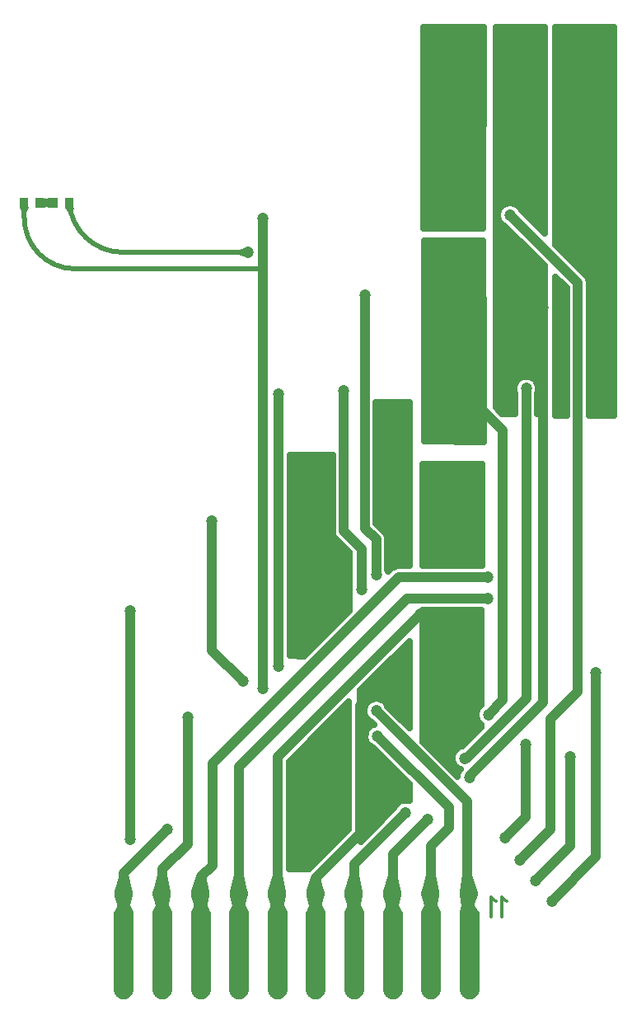
<source format=gbr>
G04 DipTrace 4.3.0.5*
G04 2-Bottom.gbr*
%MOMM*%
G04 #@! TF.FileFunction,Copper,L2,Bot*
G04 #@! TF.Part,Single*
%AMOUTLINE15*
4,1,15,
-1.0,4.5,
1.0,4.5,
1.0,-3.5,
0.96593,-3.75882,
0.86603,-4.0,
0.70711,-4.20711,
0.5,-4.36603,
0.25882,-4.46593,
0.0,-4.5,
-0.25882,-4.46593,
-0.5,-4.36603,
-0.70711,-4.20711,
-0.86603,-4.0,
-0.96593,-3.75882,
-1.0,-3.5,
-1.0,4.5,
0*%
G04 #@! TA.AperFunction,Conductor*
%ADD17C,1.0*%
%ADD18C,0.4*%
%ADD20C,0.5*%
G04 #@! TA.AperFunction,CopperBalancing*
%ADD21C,0.635*%
%ADD31R,0.9X1.0*%
%ADD32C,1.8796*%
%ADD33R,0.95X1.0*%
G04 #@! TA.AperFunction,ViaPad*
%ADD34C,1.2*%
%ADD52C,0.31373*%
%ADD69OUTLINE15*%
%FSLAX35Y35*%
G04*
G71*
G90*
G75*
G01*
G04 Bottom*
%LPD*%
G36*
X-2054400Y-9122000D2*
X-2004397Y-9222000D1*
X-2104400Y-9322000D1*
X-2204403Y-9222000D1*
X-2154400Y-9122000D1*
X-2054400D1*
G37*
G36*
X-2154400Y-9227116D2*
X-2202696Y-9059497D1*
X-2203109Y-9050108D1*
X-2020660Y-9042579D1*
X-2020247Y-9051968D1*
X-2054400Y-9227116D1*
X-2154400D1*
G37*
G36*
X-2054400Y-8839837D2*
X-2020147Y-9015489D1*
X-2020561Y-9024878D1*
X-2203250Y-9017340D1*
X-2202837Y-9007951D1*
X-2154400Y-8839837D1*
X-2054400D1*
G37*
X-2104400Y-9672000D2*
D17*
Y-9454173D1*
Y-8541800D1*
X-1922900Y-8360300D1*
Y-8147700D1*
X-2655200Y-7415400D1*
X-2820900Y-5908400D2*
Y-5492800D1*
X-3000500Y-5313200D1*
Y-3869000D1*
G36*
X-2132390Y-9167457D2*
X-2152390Y-9118519D1*
Y-9109121D1*
X-2072390D1*
Y-9118519D1*
X-2092390Y-9167457D1*
X-2132390D1*
G37*
G36*
X-2092390Y-9182000D2*
X-2071759Y-9222000D1*
X-2070900Y-9266992D1*
X-2150267D1*
X-2151125Y-9222000D1*
X-2132390Y-9182000D1*
X-2092390D1*
G37*
X-2112390Y-9033477D2*
D18*
Y-9446183D1*
X-2104400Y-9454173D1*
G36*
X-1684800Y-9122000D2*
X-1612456Y-9222000D1*
X-1725766Y-9322355D1*
X-1801518Y-9266193D1*
X-1810003Y-9222000D1*
X-1784800Y-9122000D1*
X-1684800D1*
G37*
X-1710000Y-9672000D2*
D17*
X-1734800D1*
Y-9033450D1*
Y-8090200D1*
X-2668000Y-7157000D1*
Y-5754713D2*
Y-5398300D1*
X-2784700Y-5281600D1*
Y-2884300D1*
G36*
X-1784800Y-9226015D2*
X-1811359Y-9047291D1*
X-1810508Y-9037931D1*
X-1628266Y-9053454D1*
X-1629116Y-9062814D1*
X-1684800Y-9226015D1*
X-1784800D1*
G37*
G36*
X-1684800Y-8840939D2*
X-1629456Y-9003126D1*
X-1628605Y-9012485D1*
X-1810345Y-9027965D1*
X-1811196Y-9018606D1*
X-1784800Y-8840939D1*
X-1684800D1*
G37*
X-1718400Y-9033477D2*
D18*
X-1734800Y-9033450D1*
X-3668300Y-6695900D2*
D17*
Y-3902400D1*
G36*
X-5830684Y-2042020D2*
X-5866978Y-1986799D1*
X-5868031Y-1981911D1*
X-5776648Y-1981908D1*
X-5775595Y-1986795D1*
X-5782327Y-2029304D1*
X-5830684Y-2042020D1*
G37*
G36*
X-4080189Y-2423257D2*
X-4027030Y-2406281D1*
X-4017632Y-2406285D1*
X-4017669Y-2490285D1*
X-4027067Y-2490281D1*
X-4080211Y-2473257D1*
X-4080189Y-2423257D1*
G37*
X-5823100Y-1936797D2*
D20*
Y-1936796D1*
G03X-5270520Y-2447725I551021J41663D01*
G01*
X-3984200Y-2448300D1*
X-3835100Y-6928500D2*
D17*
Y-2613279D1*
Y-2098300D1*
G36*
X-6309100Y-2040200D2*
X-6329100Y-1990200D1*
X-6284100Y-1940200D1*
X-6239100Y-1985200D1*
Y-1990200D1*
X-6259100Y-2040200D1*
X-6309100D1*
G37*
X-6284100Y-1940200D2*
D20*
Y-2088984D1*
G03X-5760795Y-2617368I521219J-7121D01*
G01*
X-3835100Y-2613279D1*
X-4360100Y-5211600D2*
D17*
Y-6533000D1*
X-4040000Y-6853100D1*
G36*
X-5210000Y-9122000D2*
X-5159997Y-9222000D1*
X-5260000Y-9322000D1*
X-5360003Y-9222000D1*
X-5310000Y-9122000D1*
X-5210000D1*
G37*
G36*
Y-8839595D2*
X-5172435Y-9013650D1*
X-5172657Y-9023046D1*
X-5355418Y-9018992D1*
X-5355196Y-9009597D1*
X-5310000Y-8839595D1*
X-5210000D1*
G37*
G36*
X-5310000Y-9227358D2*
X-5355125Y-9057623D1*
X-5355347Y-9048228D1*
X-5172716Y-9044177D1*
X-5172494Y-9053573D1*
X-5210000Y-9227358D1*
X-5310000D1*
G37*
X-4814600Y-8378300D2*
D17*
X-5260000Y-8823700D1*
Y-9378953D1*
Y-9672000D1*
G36*
X-5284300Y-9167457D2*
X-5304300Y-9118519D1*
Y-9109121D1*
X-5224300D1*
Y-9118519D1*
X-5244300Y-9167457D1*
X-5284300D1*
G37*
G36*
X-5244300Y-9182000D2*
X-5224095Y-9222000D1*
X-5223633Y-9266998D1*
X-5303022D1*
X-5303484Y-9222000D1*
X-5284300Y-9182000D1*
X-5244300D1*
G37*
X-5264300Y-9033477D2*
D18*
Y-9378953D1*
X-5260000D1*
G36*
X-4815600Y-9122000D2*
X-4765600Y-9222000D1*
Y-9267000D1*
X-4865600Y-9672000D1*
X-4965600Y-9222000D1*
X-4915600Y-9122000D1*
X-4815600D1*
G37*
X-4865600Y-9672000D2*
D17*
Y-9033450D1*
Y-8781300D1*
X-4607500Y-8523200D1*
Y-7221500D1*
G36*
X-4915600Y-9227339D2*
X-4961080Y-9057831D1*
X-4961323Y-9048436D1*
X-4778708Y-9043999D1*
X-4778465Y-9053394D1*
X-4815600Y-9227339D1*
X-4915600D1*
G37*
G36*
X-4815600Y-8839615D2*
X-4778401Y-9013855D1*
X-4778645Y-9023250D1*
X-4961401Y-9018810D1*
X-4961157Y-9009415D1*
X-4915600Y-8839615D1*
X-4815600D1*
G37*
X-4870310Y-9033477D2*
D18*
X-4865600Y-9033450D1*
G36*
X-3632200Y-9122000D2*
X-3582200Y-9222000D1*
X-3682200Y-9672000D1*
X-3782200Y-9267000D1*
Y-9222000D1*
X-3732200Y-9122000D1*
X-3632200D1*
G37*
X-3682200Y-9672000D2*
D17*
Y-9033477D1*
Y-7632500D1*
X-2214200Y-6164500D1*
G36*
X-3732200Y-9227256D2*
X-3778915Y-9058557D1*
X-3779232Y-9049165D1*
X-3596683Y-9043377D1*
X-3596365Y-9052770D1*
X-3632200Y-9227256D1*
X-3732200D1*
G37*
G36*
X-3632200Y-8839698D2*
X-3596285Y-9014570D1*
X-3596602Y-9023962D1*
X-3779337Y-9018169D1*
X-3779019Y-9008777D1*
X-3732200Y-8839698D1*
X-3632200D1*
G37*
X-3688343Y-9033477D2*
D17*
X-3682200D1*
G36*
X-3237800Y-9122000D2*
X-3187800Y-9222000D1*
Y-9267000D1*
X-3287800Y-9672000D1*
X-3387800Y-9222000D1*
X-3337800Y-9122000D1*
X-3237800D1*
G37*
G36*
X-3337800Y-9227228D2*
X-3384870Y-9058767D1*
X-3385209Y-9049375D1*
X-3202680Y-9043198D1*
X-3202341Y-9052590D1*
X-3237800Y-9227228D1*
X-3337800D1*
G37*
G36*
X-3237800Y-8869800D2*
X-3203092Y-9011051D1*
X-3203505Y-9020440D1*
X-3383948Y-9013211D1*
X-3383536Y-9003822D1*
X-3337800Y-8869800D1*
X-3237800D1*
G37*
X-3287800Y-9672000D2*
D17*
Y-8869800D1*
X-2836500Y-8418500D1*
Y-7101100D1*
X-2394700Y-6659300D1*
G36*
X-3314357Y-9167457D2*
X-3334357Y-9118519D1*
Y-9109121D1*
X-3254357D1*
Y-9118519D1*
X-3274357Y-9167457D1*
X-3314357D1*
G37*
G36*
X-3274357Y-9182000D2*
X-3253890Y-9222000D1*
X-3253186Y-9266994D1*
X-3332562D1*
X-3333267Y-9222000D1*
X-3314357Y-9182000D1*
X-3274357D1*
G37*
X-3294357Y-9033477D2*
D18*
Y-9665443D1*
X-3287800Y-9672000D1*
G36*
X-4421100Y-9122000D2*
X-4371097Y-9222000D1*
X-4471100Y-9322000D1*
X-4571103Y-9222000D1*
X-4521100Y-9122000D1*
X-4421100D1*
G37*
G36*
X-4521100Y-9227311D2*
X-4567023Y-9058091D1*
X-4567293Y-9048696D1*
X-4384700Y-9043776D1*
X-4384430Y-9053170D1*
X-4421100Y-9227311D1*
X-4521100D1*
G37*
G36*
X-4421100Y-8860700D2*
X-4384933Y-9011568D1*
X-4385241Y-9020961D1*
X-4566532Y-9015480D1*
X-4566224Y-9006087D1*
X-4521100Y-8860700D1*
X-4421100D1*
G37*
X-4471100Y-9672000D2*
D17*
Y-9269343D1*
Y-8860700D1*
X-4353100Y-8742700D1*
Y-7698900D1*
X-2438700Y-5784500D1*
X-1522900D1*
G36*
X-4496323Y-9167457D2*
X-4516323Y-9118519D1*
Y-9109121D1*
X-4436323D1*
Y-9118519D1*
X-4456323Y-9167457D1*
X-4496323D1*
G37*
G36*
X-4456323Y-9182000D2*
X-4436011Y-9222000D1*
X-4435450Y-9266996D1*
X-4514834D1*
X-4515395Y-9222000D1*
X-4496323Y-9182000D1*
X-4456323D1*
G37*
X-4476323Y-9033477D2*
D18*
Y-9269343D1*
X-4471100D1*
G36*
X-4026700Y-9122000D2*
X-3976700Y-9222000D1*
Y-9267000D1*
X-4076700Y-9672000D1*
X-4176700Y-9222000D1*
X-4126700Y-9122000D1*
X-4026700D1*
G37*
X-4076700Y-9672000D2*
D17*
Y-9033477D1*
Y-7732200D1*
X-2349800Y-6005300D1*
X-1523100D1*
G36*
X-4126700Y-9227288D2*
X-4172976Y-9058298D1*
X-4173267Y-9048905D1*
X-3990693Y-9043598D1*
X-3990402Y-9052992D1*
X-4026700Y-9227288D1*
X-4126700D1*
G37*
G36*
X-4026700Y-8839666D2*
X-3990327Y-9014316D1*
X-3990619Y-9023709D1*
X-4173362Y-9018397D1*
X-4173071Y-9009004D1*
X-4126700Y-8839666D1*
X-4026700D1*
G37*
X-4082333Y-9033477D2*
D17*
X-4076700D1*
X-409500Y-6765400D2*
Y-8653700D1*
X-864800Y-9109000D1*
X-675300Y-7631400D2*
Y-8543600D1*
X-1029600Y-8897900D1*
G36*
X-2843300Y-9122000D2*
X-2793297Y-9222000D1*
X-2893300Y-9322000D1*
X-2993303Y-9222000D1*
X-2943300Y-9122000D1*
X-2843300D1*
G37*
G36*
X-2943300Y-9227191D2*
X-2990807Y-9059026D1*
X-2991172Y-9049635D1*
X-2808670Y-9042978D1*
X-2808305Y-9052369D1*
X-2843300Y-9227191D1*
X-2943300D1*
G37*
G36*
X-2843300Y-8839763D2*
X-2808215Y-9015030D1*
X-2808580Y-9024421D1*
X-2991295Y-9017755D1*
X-2990929Y-9008364D1*
X-2943300Y-8839763D1*
X-2843300D1*
G37*
X-2893300Y-9672000D2*
D17*
Y-9346000D1*
Y-8726400D1*
X-2368000Y-8201100D1*
X-1761100Y-7642500D2*
X-1742300D1*
X-1127400Y-7027600D1*
Y-3847500D1*
G36*
X-2920367Y-9167457D2*
X-2940367Y-9118519D1*
Y-9109121D1*
X-2860367D1*
Y-9118519D1*
X-2880367Y-9167457D1*
X-2920367D1*
G37*
G36*
X-2880367Y-9182000D2*
X-2859841Y-9222000D1*
X-2859082Y-9266994D1*
X-2938456D1*
X-2939215Y-9222000D1*
X-2920367Y-9182000D1*
X-2880367D1*
G37*
X-2900367Y-9033477D2*
D18*
Y-9338933D1*
X-2893300Y-9346000D1*
G36*
X-2448900Y-9122000D2*
X-2398897Y-9222000D1*
X-2498900Y-9322000D1*
X-2598903Y-9222000D1*
X-2548900Y-9122000D1*
X-2448900D1*
G37*
G36*
X-2548900Y-9227159D2*
X-2596758Y-9059235D1*
X-2597144Y-9049845D1*
X-2414665Y-9042801D1*
X-2414279Y-9052191D1*
X-2448900Y-9227159D1*
X-2548900D1*
G37*
G36*
X-2448900Y-8839795D2*
X-2414184Y-9015234D1*
X-2414571Y-9024624D1*
X-2597275Y-9017571D1*
X-2596888Y-9008181D1*
X-2548900Y-8839795D1*
X-2448900D1*
G37*
X-2498900Y-9672000D2*
D17*
Y-9421317D1*
Y-8630700D1*
X-2139500Y-8271300D1*
X-1707200Y-7839000D2*
Y-7827000D1*
X-950300Y-7070100D1*
Y-3013600D1*
G36*
X-2526377Y-9167457D2*
X-2546377Y-9118519D1*
Y-9109121D1*
X-2466377D1*
Y-9118519D1*
X-2486377Y-9167457D1*
X-2526377D1*
G37*
G36*
X-2486377Y-9182000D2*
X-2465804Y-9222000D1*
X-2465001Y-9266993D1*
X-2544372D1*
X-2545175Y-9222000D1*
X-2526377Y-9182000D1*
X-2486377D1*
G37*
X-2506377Y-9033477D2*
D18*
Y-9413840D1*
X-2498900Y-9421317D1*
X-1292600Y-2065700D2*
D17*
X-595300Y-2763000D1*
Y-6963500D1*
X-875200Y-7243400D1*
Y-8370900D1*
X-1187900Y-8683600D1*
X-1339600Y-8459400D2*
X-1131300Y-8251100D1*
Y-7500800D1*
X-1517050Y-7196850D2*
X-1366700Y-7046500D1*
Y-4278000D1*
X-1680800Y-3963900D1*
Y-3863100D1*
X-5200187Y-6128387D2*
Y-8476713D1*
G36*
X-6029100Y-1965200D2*
X-6079100Y-1990200D1*
X-6083600D1*
X-6124100Y-1940200D1*
X-6079100Y-1890200D1*
X-6029100Y-1915200D1*
Y-1965200D1*
G37*
G36*
X-6080600Y-1915200D2*
X-6030602Y-1888120D1*
X-6025856Y-1887910D1*
X-6025853Y-1986598D1*
X-6030598Y-1986808D1*
X-6080600Y-1965200D1*
Y-1915200D1*
G37*
X-6124100Y-1940200D2*
D20*
X-5986497D1*
X-5983100Y-1936803D1*
D34*
X-2655200Y-7415400D3*
X-2820900Y-5908400D3*
X-3000500Y-3869000D3*
X-2668000Y-7157000D3*
Y-5754713D3*
X-2784700Y-2884300D3*
X-3668300Y-6695900D3*
Y-3902400D3*
X-3984200Y-2448300D3*
X-3835100Y-6928500D3*
Y-2098300D3*
X-4360100Y-5211600D3*
X-4040000Y-6853100D3*
X-4814600Y-8378300D3*
X-4607500Y-7221500D3*
X-2214200Y-6164500D3*
X-2394700Y-6659300D3*
X-1522900Y-5784500D3*
X-1523100Y-6005300D3*
X-409500Y-6765400D3*
X-864800Y-9109000D3*
X-675300Y-7631400D3*
X-1029600Y-8897900D3*
X-2368000Y-8201100D3*
X-1761100Y-7642500D3*
X-1127400Y-3847500D3*
X-2139500Y-8271300D3*
X-1707200Y-7839000D3*
X-950300Y-3013600D3*
X-1292600Y-2065700D3*
X-1187900Y-8683600D3*
X-1339600Y-8459400D3*
X-1131300Y-7500800D3*
X-1517050Y-7196850D3*
X-1680800Y-3863100D3*
X-5200187Y-6128387D3*
Y-8476713D3*
X-421100Y-705827D3*
Y-1454200D3*
Y-2202577D3*
Y-3699323D3*
Y-2950950D3*
X-1911200Y-2574100D3*
Y-3813000D3*
X-1252200Y-3604800D3*
Y-2876900D3*
X-1248600Y-2334000D3*
X-1252200Y-1421100D3*
Y-693200D3*
X-1923350Y-611300D3*
Y-1314000D3*
Y-2016700D3*
X-1911200Y-3193550D3*
X-3354200Y-5026300D3*
X-3331300Y-5650800D3*
X-3325500Y-6137800D3*
X-3431600Y-8653600D3*
X-3291200Y-7906500D3*
X-2661000Y-7885200D3*
X-2620800Y-8183100D3*
X-2523500Y-5530500D3*
X-2540600Y-4917500D3*
X-1996400Y-4940400D3*
X-2002100Y-5352900D3*
X-1916200Y-6183600D3*
X-1933300Y-7444000D3*
X-1944800Y-6825200D3*
X-3141300Y-8436000D3*
X-758500Y-3952700D3*
X-764400Y-3088900D3*
X-3258100Y-7462200D3*
X-817402Y-200917D2*
D21*
X-229178D1*
X-817448Y-264083D2*
X-229269D1*
X-817448Y-327250D2*
X-229315D1*
X-817448Y-390417D2*
X-229360D1*
X-817448Y-453583D2*
X-229406D1*
X-817494Y-516750D2*
X-229497D1*
X-817494Y-579917D2*
X-229543D1*
X-817494Y-643083D2*
X-229588D1*
X-817539Y-706250D2*
X-229679D1*
X-817539Y-769417D2*
X-229725D1*
X-817539Y-832583D2*
X-229770D1*
X-817539Y-895750D2*
X-229862D1*
X-817585Y-958917D2*
X-229907D1*
X-817585Y-1022083D2*
X-229953D1*
X-817585Y-1085250D2*
X-229998D1*
X-817585Y-1148417D2*
X-230089D1*
X-817630Y-1211583D2*
X-230135D1*
X-817630Y-1274750D2*
X-230181D1*
X-817630Y-1337917D2*
X-230272D1*
X-817676Y-1401083D2*
X-230317D1*
X-817676Y-1464250D2*
X-230363D1*
X-817676Y-1527417D2*
X-230454D1*
X-817676Y-1590583D2*
X-230500D1*
X-817721Y-1653750D2*
X-230545D1*
X-817721Y-1716917D2*
X-230591D1*
X-817721Y-1780083D2*
X-230682D1*
X-817721Y-1843250D2*
X-230727D1*
X-817767Y-1906417D2*
X-230773D1*
X-817767Y-1969583D2*
X-230864D1*
X-817767Y-2032750D2*
X-230910D1*
X-817813Y-2095917D2*
X-230955D1*
X-817813Y-2159083D2*
X-231046D1*
X-817813Y-2222250D2*
X-231092D1*
X-817813Y-2285417D2*
X-231138D1*
X-817858Y-2348583D2*
X-231229D1*
X-776341Y-2411750D2*
X-231274D1*
X-713177Y-2474917D2*
X-231320D1*
X-650013Y-2538083D2*
X-231365D1*
X-586849Y-2601250D2*
X-231457D1*
X-523685Y-2664417D2*
X-231502D1*
X-478659Y-2727583D2*
X-231548D1*
X-817949Y-2790750D2*
X-737726D1*
X-473099D2*
X-231639D1*
X-817949Y-2853917D2*
X-717492D1*
X-473099D2*
X-231685D1*
X-817949Y-2917083D2*
X-717492D1*
X-473099D2*
X-231730D1*
X-817949Y-2980250D2*
X-717492D1*
X-473099D2*
X-231821D1*
X-817995Y-3043417D2*
X-717492D1*
X-473099D2*
X-231867D1*
X-817995Y-3106583D2*
X-717492D1*
X-473099D2*
X-231912D1*
X-817995Y-3169750D2*
X-717492D1*
X-473099D2*
X-231958D1*
X-818040Y-3232917D2*
X-717492D1*
X-473099D2*
X-232049D1*
X-818040Y-3296083D2*
X-717492D1*
X-473099D2*
X-232095D1*
X-818040Y-3359250D2*
X-717492D1*
X-473099D2*
X-232140D1*
X-818040Y-3422417D2*
X-717492D1*
X-473099D2*
X-232231D1*
X-818086Y-3485583D2*
X-717492D1*
X-473099D2*
X-232277D1*
X-818086Y-3548750D2*
X-717492D1*
X-473099D2*
X-232323D1*
X-818086Y-3611917D2*
X-717492D1*
X-473099D2*
X-232414D1*
X-818086Y-3675083D2*
X-717492D1*
X-473099D2*
X-232459D1*
X-818132Y-3738250D2*
X-717492D1*
X-473099D2*
X-232505D1*
X-818132Y-3801417D2*
X-717492D1*
X-473099D2*
X-232550D1*
X-818132Y-3864583D2*
X-717492D1*
X-473099D2*
X-232642D1*
X-818177Y-3927750D2*
X-717492D1*
X-473099D2*
X-232687D1*
X-818177Y-3990917D2*
X-717492D1*
X-473099D2*
X-232733D1*
X-818177Y-4054083D2*
X-717492D1*
X-473099D2*
X-232824D1*
X-818177Y-4117250D2*
X-717492D1*
X-473099D2*
X-232869D1*
X-711142Y-2810995D2*
X-824251Y-2697886D1*
X-824544Y-4120743D1*
X-711155Y-4120750D1*
X-711150Y-2811007D1*
X-508578Y-2686188D2*
X-494952Y-2705108D1*
X-485399Y-2726353D1*
X-480289Y-2749080D1*
X-479450Y-2763000D1*
Y-4120734D1*
X-226532Y-4120750D1*
X-225345Y-2869215D1*
X-222780Y-137735D1*
X-823746Y-137750D1*
X-824198Y-2370287D1*
X-699105Y-2495359D1*
X-513427Y-2681036D1*
X-508578Y-2686188D1*
X-2177577Y-200517D2*
X-1574314D1*
X-2177577Y-263683D2*
X-1574405D1*
X-2177577Y-326850D2*
X-1574450D1*
X-2177577Y-390017D2*
X-1574542D1*
X-2177577Y-453183D2*
X-1574587D1*
X-2177577Y-516350D2*
X-1574678D1*
X-2177577Y-579517D2*
X-1574769D1*
X-2177577Y-642683D2*
X-1574815D1*
X-2177577Y-705850D2*
X-1574906D1*
X-2177577Y-769017D2*
X-1574997D1*
X-2177577Y-832183D2*
X-1575043D1*
X-2177577Y-895350D2*
X-1575134D1*
X-2177577Y-958517D2*
X-1575180D1*
X-2177577Y-1021683D2*
X-1575271D1*
X-2177532Y-1084850D2*
X-1575362D1*
X-2177532Y-1148017D2*
X-1575407D1*
X-2177532Y-1211183D2*
X-1575499D1*
X-2177532Y-1274350D2*
X-1575590D1*
X-2177532Y-1337517D2*
X-1575635D1*
X-2177532Y-1400683D2*
X-1575726D1*
X-2177532Y-1463850D2*
X-1575772D1*
X-2177532Y-1527017D2*
X-1575863D1*
X-2177532Y-1590183D2*
X-1575954D1*
X-2177532Y-1653350D2*
X-1576000D1*
X-2177532Y-1716517D2*
X-1576091D1*
X-2177532Y-1779683D2*
X-1576182D1*
X-2177532Y-1842850D2*
X-1576228D1*
X-2177532Y-1906017D2*
X-1576319D1*
X-2177532Y-1969183D2*
X-1576364D1*
X-2177532Y-2032350D2*
X-1576456D1*
X-2177486Y-2095517D2*
X-1576547D1*
X-2177486Y-2158683D2*
X-1576592D1*
X-1567898Y-139352D2*
X-2183949Y-137448D1*
X-2183851Y-2199097D1*
X-1570305Y-2203805D1*
X-1567887Y-139361D1*
X-1428986Y-202817D2*
X-942981D1*
X-1429031Y-265983D2*
X-942981D1*
X-1429123Y-329150D2*
X-943027D1*
X-1429168Y-392317D2*
X-943073D1*
X-1429214Y-455483D2*
X-943118D1*
X-1429305Y-518650D2*
X-943164D1*
X-1429350Y-581817D2*
X-943209D1*
X-1429396Y-644983D2*
X-943255D1*
X-1429487Y-708150D2*
X-943255D1*
X-1429533Y-771317D2*
X-943300D1*
X-1429578Y-834483D2*
X-943346D1*
X-1429624Y-897650D2*
X-943392D1*
X-1429715Y-960817D2*
X-943437D1*
X-1429761Y-1023983D2*
X-943483D1*
X-1429806Y-1087150D2*
X-943528D1*
X-1429897Y-1150317D2*
X-943528D1*
X-1429943Y-1213483D2*
X-943574D1*
X-1429988Y-1276650D2*
X-943619D1*
X-1430080Y-1339817D2*
X-943665D1*
X-1430125Y-1402983D2*
X-943711D1*
X-1430171Y-1466150D2*
X-943756D1*
X-1430262Y-1529317D2*
X-943802D1*
X-1430307Y-1592483D2*
X-943802D1*
X-1430353Y-1655650D2*
X-943847D1*
X-1430399Y-1718817D2*
X-943893D1*
X-1430490Y-1781983D2*
X-943938D1*
X-1430535Y-1845150D2*
X-943984D1*
X-1430581Y-1908317D2*
X-944030D1*
X-1430672Y-1971483D2*
X-1382395D1*
X-1202807D2*
X-944075D1*
X-1153452Y-2034650D2*
X-944075D1*
X-1090288Y-2097817D2*
X-944121D1*
X-1430854Y-2160983D2*
X-1381165D1*
X-1027124D2*
X-944166D1*
X-1430900Y-2224150D2*
X-1304329D1*
X-963960D2*
X-944212D1*
X-1430945Y-2287317D2*
X-1241165D1*
X-1431037Y-2350483D2*
X-1178001D1*
X-1431082Y-2413650D2*
X-1114837D1*
X-1431128Y-2476817D2*
X-1051673D1*
X-1431173Y-2539983D2*
X-988509D1*
X-1431264Y-2603150D2*
X-944440D1*
X-1431310Y-2666317D2*
X-944485D1*
X-1431356Y-2729483D2*
X-944531D1*
X-1431447Y-2792650D2*
X-944576D1*
X-1431492Y-2855817D2*
X-944622D1*
X-1431538Y-2918983D2*
X-944622D1*
X-1431629Y-2982150D2*
X-944668D1*
X-1431675Y-3045317D2*
X-944713D1*
X-1431720Y-3108483D2*
X-944759D1*
X-1431811Y-3171650D2*
X-944804D1*
X-1431857Y-3234817D2*
X-944850D1*
X-1431902Y-3297983D2*
X-944895D1*
X-1431948Y-3361150D2*
X-944895D1*
X-1432039Y-3424317D2*
X-944941D1*
X-1432085Y-3487483D2*
X-944987D1*
X-1432130Y-3550650D2*
X-945032D1*
X-1432221Y-3613817D2*
X-945078D1*
X-1432267Y-3676983D2*
X-945123D1*
X-1432313Y-3740150D2*
X-1199420D1*
X-1055379D2*
X-945169D1*
X-1432404Y-3803317D2*
X-1251601D1*
X-1003198D2*
X-945214D1*
X-1432449Y-3866483D2*
X-1258164D1*
X-996636D2*
X-945214D1*
X-1432495Y-3929650D2*
X-1249596D1*
X-1005203D2*
X-945260D1*
X-1432586Y-3992817D2*
X-1249596D1*
X-1005203D2*
X-945306D1*
X-1418550Y-4055983D2*
X-1249596D1*
X-1005203D2*
X-945351D1*
X-1243250Y-4105529D2*
Y-3896668D1*
X-1244779Y-3892891D1*
X-1251121Y-3870550D1*
X-1253250Y-3847424D1*
X-1251093Y-3824300D1*
X-1244724Y-3801967D1*
X-1234360Y-3781184D1*
X-1220353Y-3762659D1*
X-1203181Y-3747024D1*
X-1183428Y-3734810D1*
X-1161767Y-3726433D1*
X-1138936Y-3722180D1*
X-1115712Y-3722194D1*
X-1092886Y-3726475D1*
X-1071236Y-3734878D1*
X-1051498Y-3747116D1*
X-1034344Y-3762772D1*
X-1020360Y-3781313D1*
X-1010021Y-3802109D1*
X-1003679Y-3824450D1*
X-1001550Y-3847500D1*
X-1003707Y-3870700D1*
X-1010076Y-3893033D1*
X-1011544Y-3895976D1*
X-1011550Y-4106017D1*
X-939048Y-4106182D1*
X-938804Y-3741486D1*
X-938086Y-2584048D1*
X-1339753Y-2182384D1*
X-1348764Y-2178322D1*
X-1368502Y-2166084D1*
X-1385656Y-2150428D1*
X-1399640Y-2131887D1*
X-1409979Y-2111091D1*
X-1416321Y-2088750D1*
X-1418450Y-2065624D1*
X-1416293Y-2042500D1*
X-1409924Y-2020167D1*
X-1399560Y-1999384D1*
X-1385553Y-1980859D1*
X-1368381Y-1965224D1*
X-1348628Y-1953010D1*
X-1326967Y-1944633D1*
X-1304136Y-1940380D1*
X-1280912Y-1940394D1*
X-1258086Y-1944675D1*
X-1236436Y-1953078D1*
X-1216698Y-1965316D1*
X-1199544Y-1980972D1*
X-1185560Y-1999513D1*
X-1176281Y-2018177D1*
X-937875Y-2256588D1*
X-936570Y-139654D1*
X-1435292Y-139650D1*
X-1436416Y-1344417D1*
X-1438960Y-4041900D1*
X-1375600Y-4105263D1*
X-1243247Y-4105534D1*
X-2171277Y-2389117D2*
X-1575351D1*
X-2171277Y-2452283D2*
X-1575214D1*
X-2171277Y-2515450D2*
X-1575077D1*
X-2171277Y-2578617D2*
X-1574895D1*
X-2171277Y-2641783D2*
X-1574758D1*
X-2171277Y-2704950D2*
X-1574576D1*
X-2171277Y-2768117D2*
X-1574439D1*
X-2171277Y-2831283D2*
X-1574303D1*
X-2171277Y-2894450D2*
X-1574120D1*
X-2171277Y-2957617D2*
X-1573984D1*
X-2171277Y-3020783D2*
X-1573847D1*
X-2171277Y-3083950D2*
X-1573665D1*
X-2171277Y-3147117D2*
X-1573528D1*
X-2171277Y-3210283D2*
X-1573346D1*
X-2171232Y-3273450D2*
X-1573209D1*
X-2171232Y-3336617D2*
X-1573072D1*
X-2171232Y-3399783D2*
X-1572890D1*
X-2171232Y-3462950D2*
X-1572753D1*
X-2171232Y-3526117D2*
X-1572571D1*
X-2171232Y-3589283D2*
X-1572434D1*
X-2171232Y-3652450D2*
X-1572298D1*
X-2171232Y-3715617D2*
X-1572115D1*
X-2171232Y-3778783D2*
X-1571979D1*
X-2171232Y-3841950D2*
X-1571842D1*
X-2171232Y-3905117D2*
X-1571660D1*
X-2171232Y-3968283D2*
X-1571523D1*
X-2171232Y-4031450D2*
X-1571340D1*
X-2171232Y-4094617D2*
X-1571204D1*
X-2171232Y-4157783D2*
X-1571067D1*
X-2171232Y-4220950D2*
X-1570885D1*
X-2171186Y-4284117D2*
X-1570748D1*
X-2171186Y-4347283D2*
X-1570566D1*
X-1569171Y-2325950D2*
X-2177660D1*
X-2177585Y-3670630D1*
X-2177551Y-4387697D1*
X-1564141Y-4392404D1*
X-1566385Y-3467993D1*
X-1569173Y-2325962D1*
X-3546079Y-4592417D2*
X-3122692D1*
X-3546079Y-4655583D2*
X-3122692D1*
X-3546079Y-4718750D2*
X-3122692D1*
X-3546079Y-4781917D2*
X-3122692D1*
X-3546079Y-4845083D2*
X-3122692D1*
X-3546079Y-4908250D2*
X-3122692D1*
X-3546079Y-4971417D2*
X-3122692D1*
X-3546079Y-5034583D2*
X-3122692D1*
X-3546079Y-5097750D2*
X-3122692D1*
X-3546079Y-5160917D2*
X-3122692D1*
X-3546079Y-5224083D2*
X-3122692D1*
X-3546079Y-5287250D2*
X-3122692D1*
X-3546079Y-5350417D2*
X-3116540D1*
X-3546079Y-5413583D2*
X-3070283D1*
X-3546079Y-5476750D2*
X-3007119D1*
X-3546079Y-5539917D2*
X-2954072D1*
X-3546079Y-5603083D2*
X-2953890D1*
X-3546079Y-5666250D2*
X-2953753D1*
X-3546079Y-5729417D2*
X-2953571D1*
X-3546079Y-5792583D2*
X-2953434D1*
X-3546079Y-5855750D2*
X-2953298D1*
X-3546079Y-5918917D2*
X-2953115D1*
X-3546079Y-5982083D2*
X-2952979D1*
X-3546079Y-6045250D2*
X-2952842D1*
X-3546079Y-6108417D2*
X-2952660D1*
X-3546079Y-6171583D2*
X-2995954D1*
X-3546079Y-6234750D2*
X-3059118D1*
X-3546079Y-6297917D2*
X-3122282D1*
X-3546079Y-6361083D2*
X-3185492D1*
X-3546079Y-6424250D2*
X-3248656D1*
X-3546079Y-6487417D2*
X-3311820D1*
X-3546079Y-6550583D2*
X-3374984D1*
X-3087222Y-5390012D2*
X-3100848Y-5371092D1*
X-3110401Y-5349847D1*
X-3115511Y-5327120D1*
X-3116350Y-5313200D1*
Y-4529272D1*
X-3290897Y-4529250D1*
X-3552462D1*
X-3552450Y-5185679D1*
Y-6591034D1*
X-3410154Y-6592133D1*
X-2946271Y-6128234D1*
X-2947738Y-5529799D1*
X-3082371Y-5395166D1*
X-3087222Y-5390012D1*
X-3037314Y-7157817D2*
X-2958686D1*
X-3100478Y-7220983D2*
X-2958686D1*
X-3163642Y-7284150D2*
X-2958686D1*
X-3226852Y-7347317D2*
X-2958686D1*
X-3290016Y-7410483D2*
X-2958686D1*
X-3353180Y-7473650D2*
X-2958686D1*
X-3416344Y-7536817D2*
X-2958686D1*
X-3479508Y-7599983D2*
X-2958686D1*
X-3542672Y-7663150D2*
X-2958686D1*
X-3558532Y-7726317D2*
X-2958686D1*
X-3558532Y-7789483D2*
X-2958686D1*
X-3558532Y-7852650D2*
X-2958686D1*
X-3558532Y-7915817D2*
X-2958686D1*
X-3558532Y-7978983D2*
X-2958686D1*
X-3558532Y-8042150D2*
X-2958686D1*
X-3558532Y-8105317D2*
X-2958686D1*
X-3558532Y-8168483D2*
X-2958686D1*
X-3558532Y-8231650D2*
X-2958686D1*
X-3558532Y-8294817D2*
X-2958686D1*
X-3558532Y-8357983D2*
X-2958686D1*
X-3558532Y-8421150D2*
X-3009318D1*
X-3558532Y-8484317D2*
X-3072482D1*
X-3558532Y-8547483D2*
X-3135691D1*
X-3558532Y-8610650D2*
X-3198855D1*
X-3558486Y-8673817D2*
X-3262019D1*
X-3558486Y-8736983D2*
X-3325183D1*
X-2949301Y-7063438D2*
X-3564894Y-7679031D1*
X-3564851Y-8777397D1*
X-3360811Y-8778960D1*
X-2952352Y-8370515D1*
X-2952350Y-7101172D1*
X-2949307Y-7074725D2*
X-2949294Y-7063423D1*
X-2949307Y-7074725D1*
X-2662488Y-4048317D2*
X-2329335D1*
X-2662488Y-4111483D2*
X-2329426D1*
X-2662488Y-4174650D2*
X-2329518D1*
X-2662488Y-4237817D2*
X-2329609D1*
X-2662488Y-4300983D2*
X-2329700D1*
X-2662488Y-4364150D2*
X-2329791D1*
X-2662488Y-4427317D2*
X-2329882D1*
X-2662488Y-4490483D2*
X-2329973D1*
X-2662488Y-4553650D2*
X-2330064D1*
X-2662488Y-4616817D2*
X-2330156D1*
X-2662488Y-4679983D2*
X-2330247D1*
X-2662488Y-4743150D2*
X-2330338D1*
X-2662488Y-4806317D2*
X-2330429D1*
X-2662488Y-4869483D2*
X-2330520D1*
X-2662488Y-4932650D2*
X-2330611D1*
X-2662488Y-4995817D2*
X-2330702D1*
X-2662488Y-5058983D2*
X-2330794D1*
X-2662488Y-5122150D2*
X-2330885D1*
X-2662488Y-5185317D2*
X-2330976D1*
X-2647631Y-5248483D2*
X-2331067D1*
X-2584467Y-5311650D2*
X-2331113D1*
X-2548191Y-5374817D2*
X-2331204D1*
X-2545821Y-5437983D2*
X-2331295D1*
X-2545821Y-5501150D2*
X-2331386D1*
X-2545821Y-5564317D2*
X-2331477D1*
X-2545821Y-5627483D2*
X-2331568D1*
X-2545821Y-5690650D2*
X-2512994D1*
X-2391329Y-6511817D2*
X-2332844D1*
X-2454493Y-6574983D2*
X-2332936D1*
X-2517657Y-6638150D2*
X-2333027D1*
X-2580821Y-6701317D2*
X-2333118D1*
X-2643986Y-6764483D2*
X-2333209D1*
X-2707150Y-6827650D2*
X-2333300D1*
X-2770314Y-6890817D2*
X-2333391D1*
X-2824318Y-6953983D2*
X-2333482D1*
X-2824272Y-7017150D2*
X-2333574D1*
X-2824226Y-7080317D2*
X-2774127D1*
X-2561863D2*
X-2333665D1*
X-2824181Y-7143483D2*
X-2799465D1*
X-2511323D2*
X-2333756D1*
X-2824135Y-7206650D2*
X-2789986D1*
X-2448159D2*
X-2333847D1*
X-2824090Y-7269817D2*
X-2730104D1*
X-2384995D2*
X-2333938D1*
X-2824090Y-7332983D2*
X-2756673D1*
X-2824044Y-7396150D2*
X-2785930D1*
X-2823999Y-7459317D2*
X-2779505D1*
X-2823953Y-7522483D2*
X-2727688D1*
X-2823907Y-7585650D2*
X-2655136D1*
X-2823862Y-7648817D2*
X-2591972D1*
X-2823816Y-7711983D2*
X-2528808D1*
X-2823771Y-7775150D2*
X-2465644D1*
X-2823725Y-7838317D2*
X-2402480D1*
X-2823680Y-7901483D2*
X-2339316D1*
X-2823634Y-7964650D2*
X-2334941D1*
X-2823588Y-8027817D2*
X-2335032D1*
X-2823588Y-8090983D2*
X-2435292D1*
X-2823543Y-8154150D2*
X-2491256D1*
X-2823497Y-8217317D2*
X-2554420D1*
X-2823452Y-8280483D2*
X-2617584D1*
X-2823406Y-8343650D2*
X-2680748D1*
X-2823361Y-8406817D2*
X-2743912D1*
X-2328484Y-7905952D2*
X-2702358Y-7532079D1*
X-2711364Y-7528022D1*
X-2731102Y-7515784D1*
X-2748256Y-7500128D1*
X-2762240Y-7481587D1*
X-2772579Y-7460791D1*
X-2778921Y-7438450D1*
X-2781050Y-7415324D1*
X-2778893Y-7392200D1*
X-2772524Y-7369867D1*
X-2762160Y-7349084D1*
X-2748153Y-7330559D1*
X-2730981Y-7314924D1*
X-2711228Y-7302710D1*
X-2693142Y-7295716D1*
X-2715142Y-7273694D1*
X-2724164Y-7269622D1*
X-2743902Y-7257384D1*
X-2761056Y-7241728D1*
X-2775040Y-7223187D1*
X-2785379Y-7202391D1*
X-2791721Y-7180050D1*
X-2793850Y-7156924D1*
X-2791693Y-7133800D1*
X-2785324Y-7111467D1*
X-2774960Y-7090684D1*
X-2760953Y-7072159D1*
X-2743781Y-7056524D1*
X-2724028Y-7044310D1*
X-2702367Y-7035933D1*
X-2679536Y-7031680D1*
X-2656312Y-7031694D1*
X-2633486Y-7035975D1*
X-2611836Y-7044378D1*
X-2592098Y-7056616D1*
X-2574944Y-7072272D1*
X-2560960Y-7090813D1*
X-2551681Y-7109477D1*
X-2327677Y-7333487D1*
X-2326396Y-6440529D1*
X-2830681Y-6944818D1*
X-2829649Y-8498897D1*
X-2484694Y-8153957D1*
X-2474960Y-8134784D1*
X-2460953Y-8116259D1*
X-2443781Y-8100624D1*
X-2424028Y-8088410D1*
X-2402367Y-8080033D1*
X-2379536Y-8075780D1*
X-2356312Y-8075794D1*
X-2333486Y-8080075D1*
X-2328729Y-8081921D1*
X-2328487Y-7905970D1*
X-2554044Y-5377449D2*
X-2560525Y-5355052D1*
X-2571350Y-5334425D1*
X-2586082Y-5316382D1*
X-2668850Y-5233598D1*
X-2668848Y-3986174D1*
X-2322895Y-3987980D1*
X-2325274Y-5668650D1*
X-2438700D1*
X-2443320Y-5668742D1*
X-2466384Y-5672006D1*
X-2488329Y-5679818D1*
X-2508284Y-5691878D1*
X-2521112Y-5703075D1*
X-2545218Y-5727185D1*
X-2552150Y-5705566D1*
Y-5398365D1*
X-2554044Y-5377449D1*
X-2186595Y-4690417D2*
X-1591124D1*
X-2186413Y-4753583D2*
X-1591124D1*
X-2186276Y-4816750D2*
X-1591170D1*
X-2186139Y-4879917D2*
X-1591170D1*
X-2186002Y-4943083D2*
X-1591170D1*
X-2185820Y-5006250D2*
X-1591215D1*
X-2185683Y-5069417D2*
X-1591215D1*
X-2185547Y-5132583D2*
X-1591215D1*
X-2185410Y-5195750D2*
X-1591261D1*
X-2185273Y-5258917D2*
X-1591261D1*
X-2185091Y-5322083D2*
X-1591261D1*
X-2184954Y-5385250D2*
X-1591307D1*
X-2184818Y-5448417D2*
X-1591307D1*
X-2184681Y-5511583D2*
X-1591307D1*
X-2184499Y-5574750D2*
X-1591352D1*
X-2184362Y-5637917D2*
X-1591352D1*
X-2183177Y-6143250D2*
X-1591489D1*
X-2183040Y-6206417D2*
X-1591489D1*
X-2182904Y-6269583D2*
X-1591535D1*
X-2182767Y-6332750D2*
X-1591535D1*
X-2182585Y-6395917D2*
X-1591535D1*
X-2182448Y-6459083D2*
X-1591580D1*
X-2182311Y-6522250D2*
X-1591580D1*
X-2182174Y-6585417D2*
X-1591580D1*
X-2182038Y-6648583D2*
X-1591626D1*
X-2181855Y-6711750D2*
X-1591626D1*
X-2181719Y-6774917D2*
X-1591626D1*
X-2181582Y-6838083D2*
X-1591671D1*
X-2181445Y-6901250D2*
X-1591671D1*
X-2181263Y-6964417D2*
X-1591671D1*
X-2181126Y-7027583D2*
X-1591717D1*
X-2180989Y-7090750D2*
X-1591717D1*
X-2180853Y-7153917D2*
X-1641710D1*
X-2180670Y-7217083D2*
X-1647635D1*
X-2180534Y-7280250D2*
X-1617648D1*
X-2180397Y-7343417D2*
X-1613410D1*
X-2180260Y-7406583D2*
X-1676574D1*
X-2180124Y-7469750D2*
X-1739738D1*
X-2121881Y-7532917D2*
X-1829334D1*
X-2058717Y-7596083D2*
X-1884432D1*
X-1995553Y-7659250D2*
X-1892179D1*
X-1932389Y-7722417D2*
X-1864653D1*
X-1869225Y-7785583D2*
X-1827511D1*
X-2190652Y-5668650D2*
X-1585034D1*
X-1584970Y-5481034D1*
X-1584758Y-4627248D1*
X-2193069Y-4627250D1*
X-2190650Y-5668638D1*
X-1585369Y-7091147D2*
X-1585143Y-6121150D1*
X-2189576D1*
X-2188965Y-6391947D1*
X-2186435Y-7474728D1*
X-1832605Y-7828558D1*
X-1830893Y-7815800D1*
X-1824524Y-7793467D1*
X-1814160Y-7772684D1*
X-1804927Y-7760473D1*
X-1817264Y-7755122D1*
X-1837002Y-7742884D1*
X-1854156Y-7727228D1*
X-1868140Y-7708687D1*
X-1878479Y-7687891D1*
X-1884821Y-7665550D1*
X-1886950Y-7642424D1*
X-1884793Y-7619300D1*
X-1878424Y-7596967D1*
X-1868060Y-7576184D1*
X-1854053Y-7557659D1*
X-1836881Y-7542024D1*
X-1817128Y-7529810D1*
X-1795467Y-7521433D1*
X-1782691Y-7519053D1*
X-1585411Y-7321774D1*
X-1585421Y-7302503D1*
X-1592952Y-7297234D1*
X-1610106Y-7281578D1*
X-1624090Y-7263037D1*
X-1634429Y-7242241D1*
X-1640771Y-7219900D1*
X-1642900Y-7196774D1*
X-1640743Y-7173650D1*
X-1634374Y-7151317D1*
X-1624010Y-7130534D1*
X-1610003Y-7112009D1*
X-1592831Y-7096374D1*
X-1585365Y-7091758D1*
D31*
X-6124100Y-1940200D3*
X-6284100D3*
D69*
X-5260000Y-9672000D3*
X-4865600D3*
X-4471100D3*
X-4076700D3*
X-3682200D3*
X-3287800D3*
X-2893300D3*
X-2498900D3*
X-2104400D3*
X-1710000D3*
D32*
X-1718400Y-9033477D3*
X-2112390D3*
X-2506377D3*
X-2900367D3*
X-3294357D3*
X-3688343D3*
X-4082333D3*
X-4476323D3*
X-4870310D3*
X-5264300D3*
D33*
X-5983100Y-1936803D3*
X-5823100Y-1936797D3*
X-1326586Y-9110003D2*
D52*
X-1346127Y-9100120D1*
X-1375327Y-9071145D1*
Y-9275096D1*
X-1438072Y-9110003D2*
X-1457614Y-9100120D1*
X-1486814Y-9071145D1*
Y-9275096D1*
M02*

</source>
